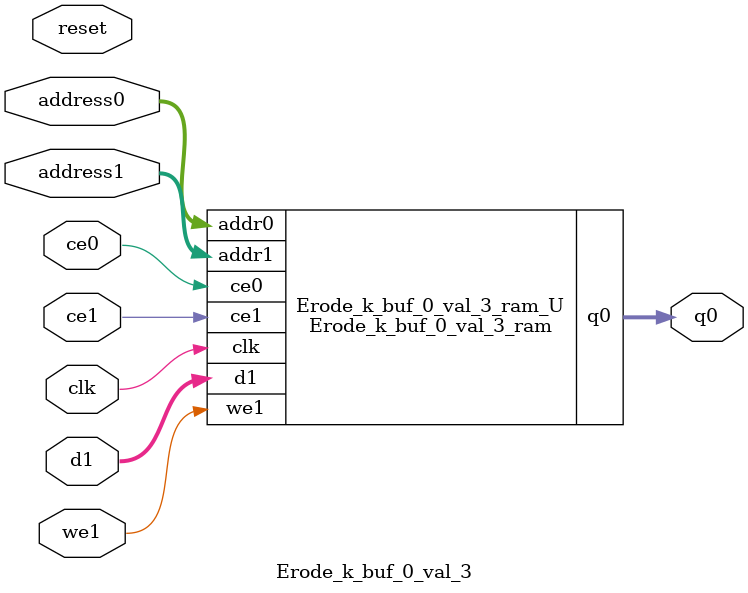
<source format=v>

`timescale 1 ns / 1 ps
module Erode_k_buf_0_val_3_ram (addr0, ce0, q0, addr1, ce1, d1, we1,  clk);

parameter DWIDTH = 8;
parameter AWIDTH = 10;
parameter MEM_SIZE = 640;

input[AWIDTH-1:0] addr0;
input ce0;
output reg[DWIDTH-1:0] q0;
input[AWIDTH-1:0] addr1;
input ce1;
input[DWIDTH-1:0] d1;
input we1;
input clk;

(* ram_style = "block" *)reg [DWIDTH-1:0] ram[0:MEM_SIZE-1];




always @(posedge clk)  
begin 
    if (ce0) 
    begin
            q0 <= ram[addr0];
    end
end


always @(posedge clk)  
begin 
    if (ce1) 
    begin
        if (we1) 
        begin 
            ram[addr1] <= d1; 
        end 
    end
end


endmodule


`timescale 1 ns / 1 ps
module Erode_k_buf_0_val_3(
    reset,
    clk,
    address0,
    ce0,
    q0,
    address1,
    ce1,
    we1,
    d1);

parameter DataWidth = 32'd8;
parameter AddressRange = 32'd640;
parameter AddressWidth = 32'd10;
input reset;
input clk;
input[AddressWidth - 1:0] address0;
input ce0;
output[DataWidth - 1:0] q0;
input[AddressWidth - 1:0] address1;
input ce1;
input we1;
input[DataWidth - 1:0] d1;



Erode_k_buf_0_val_3_ram Erode_k_buf_0_val_3_ram_U(
    .clk( clk ),
    .addr0( address0 ),
    .ce0( ce0 ),
    .q0( q0 ),
    .addr1( address1 ),
    .ce1( ce1 ),
    .d1( d1 ),
    .we1( we1 ));

endmodule


</source>
